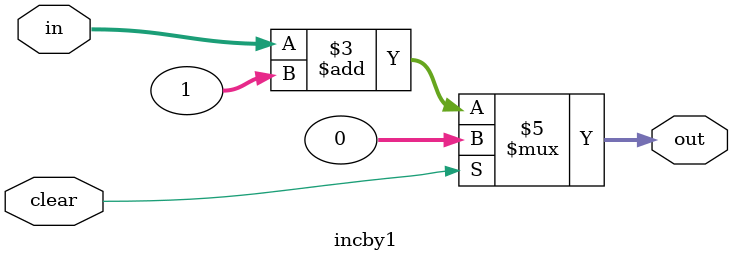
<source format=v>

module incby1(in,out,clear);
input clear;
input[31:0] in;
output[31:0] out;
reg[31:0] out;
always @(in or clear)
		begin
		if(clear==1)
		begin
		out<=0;
		end
		else
		begin
		out<= in + 1;
		end
		end
endmodule

/*module test;
reg[31:0] in;
reg clear;
wire[31:0] out;
incby1 i(in,out,clear);
initial begin
clear = 1;
#5 clear = 0;
end
endmodule*/















</source>
